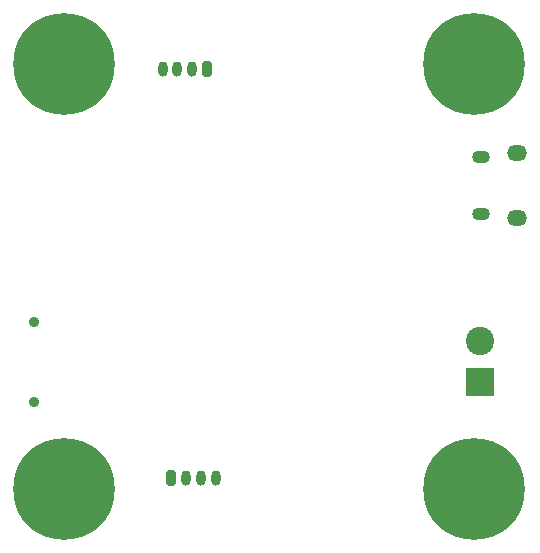
<source format=gbr>
%TF.GenerationSoftware,KiCad,Pcbnew,(6.0.6)*%
%TF.CreationDate,2023-01-10T19:01:41-05:00*%
%TF.ProjectId,STM32F4_REV1,53544d33-3246-4345-9f52-4556312e6b69,rev?*%
%TF.SameCoordinates,Original*%
%TF.FileFunction,Soldermask,Bot*%
%TF.FilePolarity,Negative*%
%FSLAX46Y46*%
G04 Gerber Fmt 4.6, Leading zero omitted, Abs format (unit mm)*
G04 Created by KiCad (PCBNEW (6.0.6)) date 2023-01-10 19:01:41*
%MOMM*%
%LPD*%
G01*
G04 APERTURE LIST*
G04 Aperture macros list*
%AMRoundRect*
0 Rectangle with rounded corners*
0 $1 Rounding radius*
0 $2 $3 $4 $5 $6 $7 $8 $9 X,Y pos of 4 corners*
0 Add a 4 corners polygon primitive as box body*
4,1,4,$2,$3,$4,$5,$6,$7,$8,$9,$2,$3,0*
0 Add four circle primitives for the rounded corners*
1,1,$1+$1,$2,$3*
1,1,$1+$1,$4,$5*
1,1,$1+$1,$6,$7*
1,1,$1+$1,$8,$9*
0 Add four rect primitives between the rounded corners*
20,1,$1+$1,$2,$3,$4,$5,0*
20,1,$1+$1,$4,$5,$6,$7,0*
20,1,$1+$1,$6,$7,$8,$9,0*
20,1,$1+$1,$8,$9,$2,$3,0*%
G04 Aperture macros list end*
%ADD10RoundRect,0.200000X-0.200000X-0.450000X0.200000X-0.450000X0.200000X0.450000X-0.200000X0.450000X0*%
%ADD11O,0.800000X1.300000*%
%ADD12RoundRect,0.200000X0.200000X0.450000X-0.200000X0.450000X-0.200000X-0.450000X0.200000X-0.450000X0*%
%ADD13C,0.900000*%
%ADD14C,8.600000*%
%ADD15R,2.400000X2.400000*%
%ADD16C,2.400000*%
%ADD17O,1.700000X1.350000*%
%ADD18O,1.500000X1.100000*%
G04 APERTURE END LIST*
D10*
%TO.C,J3*%
X132125000Y-123300000D03*
D11*
X133375000Y-123300000D03*
X134625000Y-123300000D03*
X135875000Y-123300000D03*
%TD*%
D12*
%TO.C,J4*%
X135125000Y-88700000D03*
D11*
X133875000Y-88700000D03*
X132625000Y-88700000D03*
X131375000Y-88700000D03*
%TD*%
D13*
%TO.C,H3*%
X120719581Y-121969581D03*
X120719581Y-126530419D03*
X125280419Y-121969581D03*
X125280419Y-126530419D03*
D14*
X123000000Y-124250000D03*
D13*
X126225000Y-124250000D03*
X123000000Y-127475000D03*
X119775000Y-124250000D03*
X123000000Y-121025000D03*
%TD*%
%TO.C,H4*%
X123000000Y-85025000D03*
X125280419Y-85969581D03*
X125280419Y-90530419D03*
X126225000Y-88250000D03*
X119775000Y-88250000D03*
X123000000Y-91475000D03*
X120719581Y-90530419D03*
X120719581Y-85969581D03*
D14*
X123000000Y-88250000D03*
%TD*%
D15*
%TO.C,J1*%
X158280000Y-115200000D03*
D16*
X158280000Y-111700000D03*
%TD*%
D13*
%TO.C,SW1*%
X120500000Y-116900000D03*
X120500000Y-110100000D03*
%TD*%
D17*
%TO.C,J5*%
X161375000Y-101275000D03*
X161375000Y-95815000D03*
D18*
X158375000Y-96125000D03*
X158375000Y-100965000D03*
%TD*%
D14*
%TO.C,H1*%
X157750000Y-88250000D03*
D13*
X154525000Y-88250000D03*
X155469581Y-85969581D03*
X160975000Y-88250000D03*
X155469581Y-90530419D03*
X157750000Y-91475000D03*
X160030419Y-85969581D03*
X160030419Y-90530419D03*
X157750000Y-85025000D03*
%TD*%
%TO.C,H2*%
X160975000Y-124250000D03*
X155469581Y-121969581D03*
D14*
X157750000Y-124250000D03*
D13*
X160030419Y-121969581D03*
X155469581Y-126530419D03*
X154525000Y-124250000D03*
X160030419Y-126530419D03*
X157750000Y-121025000D03*
X157750000Y-127475000D03*
%TD*%
M02*

</source>
